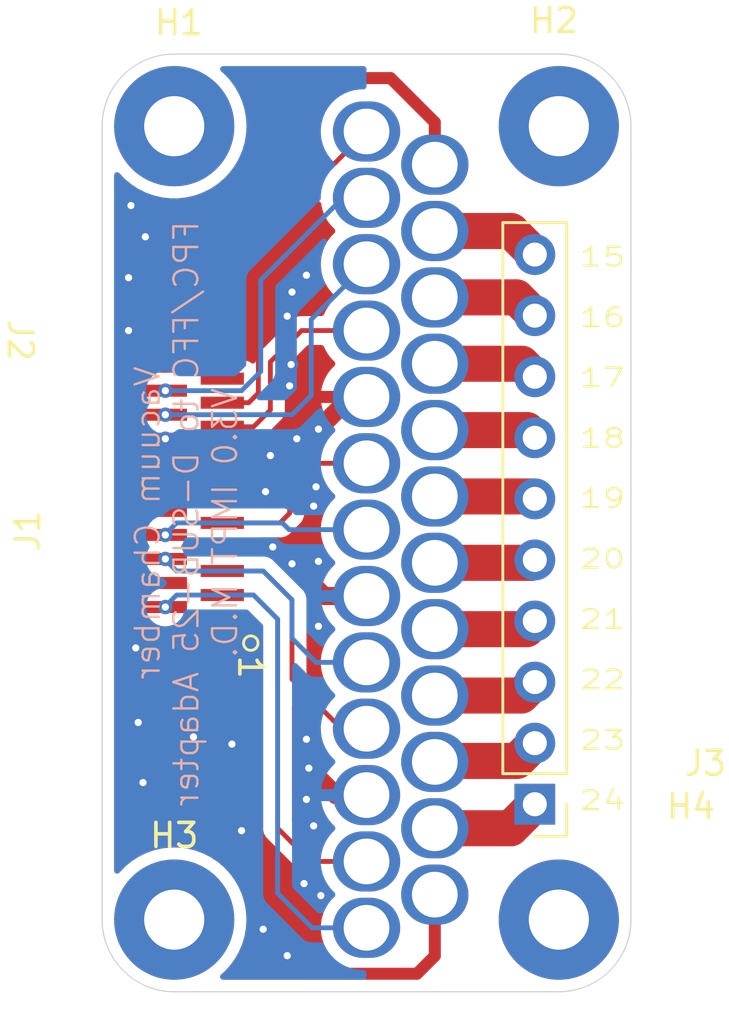
<source format=kicad_pcb>
(kicad_pcb (version 20240108) (generator "pcbnew") (generator_version "8.0")
  (layers (0 "F.Cu" signal) (31 "B.Cu" signal) (34 "B.Paste" user) (35 "F.Paste" user) (36 "B.SilkS" user "B.Silkscreen") (37 "F.SilkS" user "F.Silkscreen") (38 "B.Mask" user) (39 "F.Mask" user) (44 "Edge.Cuts" user))
  (net 0 "")
  (net 1 "/P16")
  (net 2 "/P15")
  (net 3 "/P20")
  (net 4 "/D1_P")
  (net 5 "/P18")
  (net 6 "/CK_P")
  (net 7 "/P23")
  (net 8 "/D1_N")
  (net 9 "GND")
  (net 10 "/3,3V")
  (net 11 "/IO0")
  (net 12 "/P21")
  (net 13 "/SCL")
  (net 14 "/SDA")
  (net 15 "/IO1")
  (net 16 "/P19")
  (net 17 "/D0_P")
  (net 18 "/D0_N")
  (net 19 "/CK_N")
  (net 20 "/P24")
  (net 21 "/P22")
  (net 22 "/P17")
  (footprint "MyFootprintLibrary:22P 0.5mm Vertical FPC FFC Flat Cable Connector" (layer "F.Cu") (at 145.815 84.5 -90)
    (property "Reference" "J2" (at -0.1 7.215 -90) (layer "F.SilkS"))
    (property "Value" "Conn_01x22")
    (fp_circle (center 12.5 -2.37) (end 12.5 -2.07) (stroke (width 0.12)) (fill none) (layer "F.SilkS"))
    (fp_text user "1" (at 13.5 -2.37 -90) (layer "F.SilkS"))
    (pad "" smd rect (at -1 0 270) (size 2 1.5) (layers "F.Cu" "F.Paste" "F.Mask"))
    (pad "" smd rect (at 13.5 0 270) (size 2 1.5) (layers "F.Cu" "F.Paste" "F.Mask"))
    (pad "1" smd rect (at 11.5 -1.185 270) (size 0.5 1.8) (layers "F.Cu" "F.Paste" "F.Mask") (net 9 "GND"))
    (pad "2" smd rect (at 11 1.185 270) (size 0.5 1.8) (layers "F.Cu" "F.Paste" "F.Mask") (net 18 "/D0_N"))
    (pad "3" smd rect (at 10.5 -1.185 270) (size 0.5 1.8) (layers "F.Cu" "F.Paste" "F.Mask") (net 17 "/D0_P"))
    (pad "4" smd rect (at 10 1.185 270) (size 0.5 1.8) (layers "F.Cu" "F.Paste" "F.Mask") (net 9 "GND"))
    (pad "5" smd rect (at 9.5 -1.185 270) (size 0.5 1.8) (layers "F.Cu" "F.Paste" "F.Mask") (net 8 "/D1_N"))
    (pad "6" smd rect (at 9 1.185 270) (size 0.5 1.8) (layers "F.Cu" "F.Paste" "F.Mask") (net 4 "/D1_P"))
    (pad "7" smd rect (at 8.5 -1.185 270) (size 0.5 1.8) (layers "F.Cu" "F.Paste" "F.Mask") (net 9 "GND"))
    (pad "8" smd rect (at 8 1.185 270) (size 0.5 1.8) (layers "F.Cu" "F.Paste" "F.Mask") (net 19 "/CK_N"))
    (pad "9" smd rect (at 7.5 -1.185 270) (size 0.5 1.8) (layers "F.Cu" "F.Paste" "F.Mask") (net 6 "/CK_P"))
    (pad "10" smd rect (at 7 1.185 270) (size 0.5 1.8) (layers "F.Cu" "F.Paste" "F.Mask") (net 9 "GND"))
    (pad "11" smd rect (at 6.5 -1.185 270) (size 0.5 1.8) (layers "F.Cu" "F.Paste" "F.Mask"))
    (pad "12" smd rect (at 6 1.185 270) (size 0.5 1.8) (layers "F.Cu" "F.Paste" "F.Mask"))
    (pad "13" smd rect (at 5.5 -1.185 270) (size 0.5 1.8) (layers "F.Cu" "F.Paste" "F.Mask") (net 9 "GND"))
    (pad "14" smd rect (at 5 1.185 270) (size 0.5 1.8) (layers "F.Cu" "F.Paste" "F.Mask"))
    (pad "15" smd rect (at 4.5 -1.185 270) (size 0.5 1.8) (layers "F.Cu" "F.Paste" "F.Mask"))
    (pad "16" smd rect (at 4 1.185 270) (size 0.5 1.8) (layers "F.Cu" "F.Paste" "F.Mask") (net 9 "GND"))
    (pad "17" smd rect (at 3.5 -1.185 270) (size 0.5 1.8) (layers "F.Cu" "F.Paste" "F.Mask") (net 11 "/IO0"))
    (pad "18" smd rect (at 3 1.185 270) (size 0.5 1.8) (layers "F.Cu" "F.Paste" "F.Mask") (net 15 "/IO1"))
    (pad "19" smd rect (at 2.5 -1.185 270) (size 0.5 1.8) (layers "F.Cu" "F.Paste" "F.Mask") (net 9 "GND"))
    (pad "20" smd rect (at 2 1.185 270) (size 0.5 1.8) (layers "F.Cu" "F.Paste" "F.Mask") (net 13 "/SCL"))
    (pad "21" smd rect (at 1.5 -1.185 270) (size 0.5 1.8) (layers "F.Cu" "F.Paste" "F.Mask") (net 14 "/SDA"))
    (pad "22" smd rect (at 1 1.185 270) (size 0.5 1.8) (layers "F.Cu" "F.Paste" "F.Mask") (net 10 "/3,3V"))
  )
  (footprint "MountingHole:MountingHole_2.5mm_Pad" (layer "F.Cu") (at 161 108.5)
    (property "Reference" "H4" (at 5.5 -4.7 0) (layer "F.SilkS"))
    (property "Value" "MountingHole_Pad")
    (pad "1" thru_hole circle (at 0 0) (size 5 5) (drill 2.5) (layers "*.Cu" "*.Mask"))
  )
  (footprint "MountingHole:MountingHole_2.5mm_Pad" (layer "F.Cu") (at 145 75.5)
    (property "Reference" "H1" (at 0.2 -4.3 0) (layer "F.SilkS"))
    (property "Value" "MountingHole_Pad")
    (pad "1" thru_hole circle (at 0 0) (size 5 5) (drill 2.5) (layers "*.Cu" "*.Mask"))
  )
  (footprint "MountingHole:MountingHole_2.5mm_Pad" (layer "F.Cu") (at 161 75.5)
    (property "Reference" "H2" (at -0.2 -4.4 0) (layer "F.SilkS"))
    (property "Value" "MountingHole_Pad")
    (pad "1" thru_hole circle (at 0 0) (size 5 5) (drill 2.5) (layers "*.Cu" "*.Mask"))
  )
  (footprint "MyFootprintLibrary:D-Sub 25 Platine Buchse" (layer "F.Cu") (at 153 92.28 90)
    (property "Reference" "J1" (at -0.05 -14.1 90) (layer "F.SilkS"))
    (property "Value" "DB25_Plug")
    (pad "1" thru_hole oval (at 16.56 0 90) (size 2.5 2.8) (drill oval 1.9) (layers "*.Cu" "*.Mask") (net 14 "/SDA"))
    (pad "2" thru_hole oval (at 13.8 0 90) (size 2.5 2.8) (drill oval 1.9) (layers "*.Cu" "*.Mask") (net 13 "/SCL"))
    (pad "3" thru_hole oval (at 11.04 0 90) (size 2.5 2.8) (drill oval 1.9) (layers "*.Cu" "*.Mask") (net 15 "/IO1"))
    (pad "4" thru_hole oval (at 8.28 0 90) (size 2.5 2.8) (drill oval 1.9) (layers "*.Cu" "*.Mask") (net 11 "/IO0"))
    (pad "5" thru_hole oval (at 5.52 0 90) (size 2.5 2.8) (drill oval 1.9) (layers "*.Cu" "*.Mask") (net 9 "GND"))
    (pad "6" thru_hole oval (at 2.76 0 90) (size 2.5 2.8) (drill oval 1.9) (layers "*.Cu" "*.Mask") (net 6 "/CK_P"))
    (pad "7" thru_hole oval (at 0 0 90) (size 2.5 2.8) (drill oval 1.9) (layers "*.Cu" "*.Mask") (net 19 "/CK_N"))
    (pad "8" thru_hole oval (at -2.76 0 90) (size 2.5 2.8) (drill oval 1.9) (layers "*.Cu" "*.Mask") (net 9 "GND"))
    (pad "9" thru_hole oval (at -5.52 0 90) (size 2.5 2.8) (drill oval 1.9) (layers "*.Cu" "*.Mask") (net 4 "/D1_P"))
    (pad "10" thru_hole oval (at -8.28 0 90) (size 2.5 2.8) (drill oval 1.9) (layers "*.Cu" "*.Mask") (net 8 "/D1_N"))
    (pad "11" thru_hole oval (at -11.04 0 90) (size 2.5 2.8) (drill oval 1.9) (layers "*.Cu" "*.Mask") (net 9 "GND"))
    (pad "12" thru_hole oval (at -13.8 0 90) (size 2.5 2.8) (drill oval 1.9) (layers "*.Cu" "*.Mask") (net 17 "/D0_P"))
    (pad "13" thru_hole oval (at -16.56 0 90) (size 2.5 2.8) (drill oval 1.9) (layers "*.Cu" "*.Mask") (net 18 "/D0_N"))
    (pad "14" thru_hole oval (at 15.18 2.84 90) (size 2.5 2.8) (drill oval 1.9) (layers "*.Cu" "*.Mask") (net 10 "/3,3V"))
    (pad "15" thru_hole oval (at 12.42 2.84 90) (size 2.5 2.8) (drill oval 1.9) (layers "*.Cu" "*.Mask") (net 2 "/P15"))
    (pad "16" thru_hole oval (at 9.66 2.84 90) (size 2.5 2.8) (drill oval 1.9) (layers "*.Cu" "*.Mask") (net 1 "/P16"))
    (pad "17" thru_hole oval (at 6.9 2.84 90) (size 2.5 2.8) (drill oval 1.9) (layers "*.Cu" "*.Mask") (net 22 "/P17"))
    (pad "18" thru_hole oval (at 4.14 2.84 90) (size 2.5 2.8) (drill oval 1.9) (layers "*.Cu" "*.Mask") (net 5 "/P18"))
    (pad "19" thru_hole oval (at 1.38 2.84 90) (size 2.5 2.8) (drill oval 1.9) (layers "*.Cu" "*.Mask") (net 16 "/P19"))
    (pad "20" thru_hole oval (at -1.38 2.84 90) (size 2.5 2.8) (drill oval 1.9) (layers "*.Cu" "*.Mask") (net 3 "/P20"))
    (pad "21" thru_hole oval (at -4.14 2.84 90) (size 2.5 2.8) (drill oval 1.9) (layers "*.Cu" "*.Mask") (net 12 "/P21"))
    (pad "22" thru_hole oval (at -6.9 2.84 90) (size 2.5 2.8) (drill oval 1.9) (layers "*.Cu" "*.Mask") (net 21 "/P22"))
    (pad "23" thru_hole oval (at -9.66 2.84 90) (size 2.5 2.8) (drill oval 1.9) (layers "*.Cu" "*.Mask") (net 7 "/P23"))
    (pad "24" thru_hole oval (at -12.42 2.84 90) (size 2.5 2.8) (drill oval 1.9) (layers "*.Cu" "*.Mask") (net 20 "/P24"))
    (pad "25" thru_hole oval (at -15.18 2.84 90) (size 2.5 2.8) (drill oval 1.9) (layers "*.Cu" "*.Mask") (net 9 "GND"))
  )
  (footprint "MountingHole:MountingHole_2.5mm_Pad" (layer "F.Cu") (at 145 108.5)
    (property "Reference" "H3" (at 0 -3.5 0) (layer "F.SilkS"))
    (property "Value" "MountingHole_Pad")
    (pad "1" thru_hole circle (at 0 0) (size 5 5) (drill 2.5) (layers "*.Cu" "*.Mask"))
  )
  (footprint "Connector_PinHeader_2.54mm:PinHeader_1x10_P2.54mm_Vertical" (layer "F.Cu") (at 160 103.7 180)
    (property "Reference" "J3" (at -7.1 1.7 0) (layer "F.SilkS"))
    (property "Value" "Conn_01x10")
    (fp_line (start 1.33 1.27) (end 1.33 24.19) (stroke (width 0.12)) (layer "F.SilkS"))
    (fp_line (start -1.33 24.19) (end 1.33 24.19) (stroke (width 0.12)) (layer "F.SilkS"))
    (fp_line (start -1.33 1.27) (end 1.33 1.27) (stroke (width 0.12)) (layer "F.SilkS"))
    (fp_line (start -1.33 1.27) (end -1.33 24.19) (stroke (width 0.12)) (layer "F.SilkS"))
    (fp_line (start -1.33 0) (end -1.33 -1.33) (stroke (width 0.12)) (layer "F.SilkS"))
    (fp_line (start -1.33 -1.33) (end 0 -1.33) (stroke (width 0.12)) (layer "F.SilkS"))
    (pad "1" thru_hole rect (at 0 0 180) (size 1.7 1.7) (drill 1) (layers "*.Cu" "*.Mask") (net 20 "/P24"))
    (pad "2" thru_hole oval (at 0 2.54 180) (size 1.7 1.7) (drill 1) (layers "*.Cu" "*.Mask") (net 7 "/P23"))
    (pad "3" thru_hole oval (at 0 5.08 180) (size 1.7 1.7) (drill 1) (layers "*.Cu" "*.Mask") (net 21 "/P22"))
    (pad "4" thru_hole oval (at 0 7.62 180) (size 1.7 1.7) (drill 1) (layers "*.Cu" "*.Mask") (net 12 "/P21"))
    (pad "5" thru_hole oval (at 0 10.16 180) (size 1.7 1.7) (drill 1) (layers "*.Cu" "*.Mask") (net 3 "/P20"))
    (pad "6" thru_hole oval (at 0 12.7 180) (size 1.7 1.7) (drill 1) (layers "*.Cu" "*.Mask") (net 16 "/P19"))
    (pad "7" thru_hole oval (at 0 15.24 180) (size 1.7 1.7) (drill 1) (layers "*.Cu" "*.Mask") (net 5 "/P18"))
    (pad "8" thru_hole oval (at 0 17.78 180) (size 1.7 1.7) (drill 1) (layers "*.Cu" "*.Mask") (net 22 "/P17"))
    (pad "9" thru_hole oval (at 0 20.32 180) (size 1.7 1.7) (drill 1) (layers "*.Cu" "*.Mask") (net 1 "/P16"))
    (pad "10" thru_hole oval (at 0 22.86 180) (size 1.7 1.7) (drill 1) (layers "*.Cu" "*.Mask") (net 2 "/P15"))
  )
  (gr_arc (start 161 72.5) (mid 163.12132 73.37868) (end 164 75.5) (stroke (width 0.05)) (layer "Edge.Cuts"))
  (gr_line (start 161 111.5) (end 145 111.5) (stroke (width 0.05)) (layer "Edge.Cuts"))
  (gr_arc (start 164 108.5) (mid 163.12132 110.62132) (end 161 111.5) (stroke (width 0.05)) (layer "Edge.Cuts"))
  (gr_line (start 142 108.5) (end 142 75.5) (stroke (width 0.05)) (layer "Edge.Cuts"))
  (gr_arc (start 142 75.5) (mid 142.87868 73.37868) (end 145 72.5) (stroke (width 0.05)) (layer "Edge.Cuts"))
  (gr_arc (start 145 111.5) (mid 142.87868 110.62132) (end 142 108.5) (stroke (width 0.05)) (layer "Edge.Cuts"))
  (gr_line (start 164 75.5) (end 164 108.5) (stroke (width 0.05)) (layer "Edge.Cuts"))
  (gr_line (start 145 72.5) (end 161 72.5) (stroke (width 0.05)) (layer "Edge.Cuts"))
  (gr_text "Vacuum Chamber\nFPC/FFC to D-SUB-25 Adapter \nV3.0 IMPT M.D." (at 147.7 92 90) (layer "B.SilkS") (effects (font (size 1 1) (thickness 0.1)) (justify bottom mirror)))
  (gr_text "15\n\n16\n\n17\n\n18\n\n19\n\n20\n\n21\n\n22\n\n23\n\n24" (at 161.8 104 0) (layer "F.SilkS") (effects (font (size 0.78 1) (thickness 0.1)) (justify left bottom)))
  (segment (start 155.84 82.62) (end 159.24 82.62) (width 1.5) (layer "F.Cu") (net 1))
  (segment (start 159.24 82.62) (end 160 83.38) (width 1.5) (layer "F.Cu") (net 1))
  (segment (start 159.02 79.86) (end 155.84 79.86) (width 1.5) (layer "F.Cu") (net 2))
  (segment (start 160 80.84) (end 159.02 79.86) (width 1.5) (layer "F.Cu") (net 2))
  (segment (start 155.84 93.66) (end 159.88 93.66) (width 1.5) (layer "F.Cu") (net 3))
  (segment (start 159.88 93.66) (end 160 93.54) (width 1.5) (layer "F.Cu") (net 3))
  (via (at 144.63 93.5) (size 0.6) (drill 0.3) (layers "F.Cu" "B.Cu") (net 4))
  (segment (start 149.9 96.8) (end 149.9 95.2) (width 0.2) (layer "B.Cu") (net 4))
  (segment (start 153 97.8) (end 150.9 97.8) (width 0.2) (layer "B.Cu") (net 4))
  (segment (start 150.9 97.8) (end 149.9 96.8) (width 0.2) (layer "B.Cu") (net 4))
  (segment (start 148.7 94) (end 145.1 94) (width 0.2) (layer "B.Cu") (net 4))
  (segment (start 149.9 95.2) (end 148.7 94) (width 0.2) (layer "B.Cu") (net 4))
  (segment (start 144.6 93.5) (end 144.63 93.5) (width 0.2) (layer "B.Cu") (net 4))
  (segment (start 145.1 94) (end 144.6 93.5) (width 0.2) (layer "B.Cu") (net 4))
  (segment (start 155.84 88.14) (end 159.68 88.14) (width 1.5) (layer "F.Cu") (net 5))
  (segment (start 159.68 88.14) (end 160 88.46) (width 1.5) (layer "F.Cu") (net 5))
  (segment (start 149.8 91.6) (end 149.4 92) (width 0.2) (layer "F.Cu") (net 6))
  (segment (start 150.38 89.52) (end 149.8 90.1) (width 0.2) (layer "F.Cu") (net 6))
  (segment (start 149.4 92) (end 147 92) (width 0.2) (layer "F.Cu") (net 6))
  (segment (start 153 89.52) (end 150.38 89.52) (width 0.2) (layer "F.Cu") (net 6))
  (segment (start 149.8 90.1) (end 149.8 91.6) (width 0.2) (layer "F.Cu") (net 6))
  (segment (start 159.26 101.9) (end 160 101.16) (width 1.5) (layer "F.Cu") (net 7))
  (segment (start 155.84 101.94) (end 156.36 101.94) (width 1.5) (layer "F.Cu") (net 7))
  (segment (start 155.88 101.9) (end 159.26 101.9) (width 1.5) (layer "F.Cu") (net 7))
  (segment (start 155.84 101.94) (end 155.88 101.9) (width 1.5) (layer "F.Cu") (net 7))
  (segment (start 149.9 95.2) (end 149.9 98.5) (width 0.2) (layer "F.Cu") (net 8))
  (segment (start 152.46 100.56) (end 153 100.56) (width 0.2) (layer "F.Cu") (net 8))
  (segment (start 149.9 98.5) (end 151.96 100.56) (width 0.2) (layer "F.Cu") (net 8))
  (segment (start 151.96 100.56) (end 153 100.56) (width 0.2) (layer "F.Cu") (net 8))
  (segment (start 148.7 94) (end 149.9 95.2) (width 0.2) (layer "F.Cu") (net 8))
  (segment (start 147 94) (end 148.7 94) (width 0.2) (layer "F.Cu") (net 8))
  (segment (start 153 103.32) (end 151.72 103.32) (width 0.75) (layer "F.Cu") (net 9))
  (segment (start 150.45 110.75) (end 155.1 110.75) (width 0.5) (layer "F.Cu") (net 9))
  (segment (start 153 95.04) (end 151.24 95.04) (width 0.75) (layer "F.Cu") (net 9))
  (segment (start 152.34 86.76) (end 151 88.1) (width 0.75) (layer "F.Cu") (net 9))
  (segment (start 151.24 95.04) (end 149.9 93.7) (width 0.75) (layer "F.Cu") (net 9))
  (segment (start 148.5 86.6) (end 148.5 84.6) (width 0.2) (layer "F.Cu") (net 9))
  (segment (start 147 96) (end 147.9 96.9) (width 0.5) (layer "F.Cu") (net 9))
  (segment (start 153 86.76) (end 152.34 86.76) (width 0.75) (layer "F.Cu") (net 9))
  (segment (start 149.7 110) (end 150.45 110.75) (width 0.5) (layer "F.Cu") (net 9))
  (segment (start 148.1 87) (end 148.5 86.6) (width 0.2) (layer "F.Cu") (net 9))
  (segment (start 155.1 110.75) (end 155.84 110.01) (width 0.5) (layer "F.Cu") (net 9))
  (segment (start 147.9 98) (end 147.9 100.7) (width 0.5) (layer "F.Cu") (net 9))
  (segment (start 147.9 96.9) (end 147.9 99.7) (width 0.5) (layer "F.Cu") (net 9))
  (segment (start 155.84 110.01) (end 155.84 107.46) (width 0.5) (layer "F.Cu") (net 9))
  (segment (start 147 87) (end 148.1 87) (width 0.2) (layer "F.Cu") (net 9))
  (segment (start 147.9 99.7) (end 147.9 98) (width 0.5) (layer "F.Cu") (net 9))
  (segment (start 151.72 103.32) (end 150.6 102.2) (width 0.75) (layer "F.Cu") (net 9))
  (segment (start 148.5 84.6) (end 149.7 83.4) (width 0.2) (layer "F.Cu") (net 9))
  (segment (start 147.9 100.7) (end 147.4 101.2) (width 0.5) (layer "F.Cu") (net 9))
  (via (at 144.63 88.5) (size 0.6) (drill 0.3) (layers "F.Cu" "B.Cu") (net 9))
  (via (at 145.8 100.9) (size 0.6) (drill 0.3) (layers "F.Cu" "B.Cu") (net 9))
  (via (at 150.6 102.2) (size 0.6) (drill 0.3) (layers "F.Cu" "B.Cu") (net 9))
  (via (at 150.1 88.5) (size 0.6) (drill 0.3) (layers "F.Cu" "B.Cu") (net 9))
  (via (at 150.5 81.7) (size 0.6) (drill 0.3) (layers "F.Cu" "B.Cu") (net 9))
  (via (at 151 96.3) (size 0.6) (drill 0.3) (layers "F.Cu" "B.Cu") (net 9))
  (via (at 151.1 107.5) (size 0.6) (drill 0.3) (layers "F.Cu" "B.Cu") (net 9))
  (via (at 151 88.1) (size 0.6) (drill 0.3) (layers "F.Cu" "B.Cu") (net 9))
  (via (at 151 93.6) (size 0.6) (drill 0.3) (layers "F.Cu" "B.Cu") (net 9))
  (via (at 148.8 90.7) (size 0.6) (drill 0.3) (layers "F.Cu" "B.Cu") (net 9))
  (via (at 148.7 108.9) (size 0.6) (drill 0.3) (layers "F.Cu" "B.Cu") (net 9))
  (via (at 149 89.2) (size 0.6) (drill 0.3) (layers "F.Cu" "B.Cu") (net 9))
  (via (at 143.2 78.8) (size 0.6) (drill 0.3) (layers "F.Cu" "B.Cu") (net 9))
  (via (at 149.862718 85.413591) (size 0.6) (drill 0.3) (layers "F.Cu" "B.Cu") (net 9))
  (via (at 143.8 80.1) (size 0.6) (drill 0.3) (layers "F.Cu" "B.Cu") (net 9))
  (via (at 150.9 90.5) (size 0.6) (drill 0.3) (layers "F.Cu" "B.Cu") (net 9))
  (via (at 147.4 101.2) (size 0.6) (drill 0.3) (layers "F.Cu" "B.Cu") (net 9))
  (via (at 150.8 104.6) (size 0.6) (drill 0.3) (layers "F.Cu" "B.Cu") (net 9))
  (via (at 150.5 101) (size 0.6) (drill 0.3) (layers "F.Cu" "B.Cu") (net 9))
  (via (at 143.4 97.2) (size 0.6) (drill 0.3) (layers "F.Cu" "B.Cu") (net 9))
  (via (at 143.1 84) (size 0.6) (drill 0.3) (layers "F.Cu" "B.Cu") (net 9))
  (via (at 143.7 102.8) (size 0.6) (drill 0.3) (layers "F.Cu" "B.Cu") (net 9))
  (via (at 149.8 86.3) (size 0.6) (drill 0.3) (layers "F.Cu" "B.Cu") (net 9))
  (via (at 150.8 91.3) (size 0.6) (drill 0.3) (layers "F.Cu" "B.Cu") (net 9))
  (via (at 149.9 93.7) (size 0.6) (drill 0.3) (layers "F.Cu" "B.Cu") (net 9))
  (via (at 149.7 83.4) (size 0.6) (drill 0.3) (layers "F.Cu" "B.Cu") (net 9))
  (via (at 143.1 81.8) (size 0.6) (drill 0.3) (layers "F.Cu" "B.Cu") (net 9))
  (via (at 149.1 93) (size 0.6) (drill 0.3) (layers "F.Cu" "B.Cu") (net 9))
  (via (at 147.8 104.8) (size 0.6) (drill 0.3) (layers "F.Cu" "B.Cu") (net 9))
  (via (at 150.5 103.5) (size 0.6) (drill 0.3) (layers "F.Cu" "B.Cu") (net 9))
  (via (at 150.4 107) (size 0.6) (drill 0.3) (layers "F.Cu" "B.Cu") (net 9))
  (via (at 143.5 100.3) (size 0.6) (drill 0.3) (layers "F.Cu" "B.Cu") (net 9))
  (via (at 149.7 110) (size 0.6) (drill 0.3) (layers "F.Cu" "B.Cu") (net 9))
  (via (at 149.9 82.4) (size 0.6) (drill 0.3) (layers "F.Cu" "B.Cu") (net 9))
  (segment (start 149.5 75.5) (end 151.5 73.5) (width 0.5) (layer "F.Cu") (net 10))
  (segment (start 144.5 85.37) (end 144.5 81.5) (width 0.5) (layer "F.Cu") (net 10))
  (segment (start 149.5 76.5) (end 149.5 75.5) (width 0.5) (layer "F.Cu") (net 10))
  (segment (start 151.5 73.5) (end 154 73.5) (width 0.5) (layer "F.Cu") (net 10))
  (segment (start 154 73.5) (end 155.84 75.34) (width 0.5) (layer "F.Cu") (net 10))
  (segment (start 155.84 75.34) (end 155.84 77.1) (width 0.5) (layer "F.Cu") (net 10))
  (segment (start 144.63 85.5) (end 144.5 85.37) (width 0.5) (layer "F.Cu") (net 10))
  (segment (start 144.5 81.5) (end 149.5 76.5) (width 0.5) (layer "F.Cu") (net 10))
  (segment (start 147 88) (end 148.3 88) (width 0.2) (layer "F.Cu") (net 11))
  (segment (start 149 87.3) (end 149 85.3) (width 0.2) (layer "F.Cu") (net 11))
  (segment (start 148.3 88) (end 149 87.3) (width 0.2) (layer "F.Cu") (net 11))
  (segment (start 150.3 84) (end 153 84) (width 0.2) (layer "F.Cu") (net 11))
  (segment (start 149 85.3) (end 150.3 84) (width 0.2) (layer "F.Cu") (net 11))
  (segment (start 159.66 96.42) (end 160 96.08) (width 1.5) (layer "F.Cu") (net 12))
  (segment (start 155.84 96.42) (end 159.66 96.42) (width 1.5) (layer "F.Cu") (net 12))
  (via (at 144.63 86.5) (size 0.6) (drill 0.3) (layers "F.Cu" "B.Cu") (net 13))
  (segment (start 148.6 85.7) (end 148.6 81.9) (width 0.2) (layer "B.Cu") (net 13))
  (segment (start 147.8 86.5) (end 148.6 85.7) (width 0.2) (layer "B.Cu") (net 13))
  (segment (start 148.6 81.9) (end 152.02 78.48) (width 0.2) (layer "B.Cu") (net 13))
  (segment (start 144.63 86.5) (end 147.8 86.5) (width 0.2) (layer "B.Cu") (net 13))
  (segment (start 152.02 78.48) (end 153 78.48) (width 0.2) (layer "B.Cu") (net 13))
  (segment (start 147 81.72) (end 147 86) (width 0.2) (layer "F.Cu") (net 14))
  (segment (start 153 75.72) (end 147 81.72) (width 0.2) (layer "F.Cu") (net 14))
  (via (at 144.63 87.5) (size 0.6) (drill 0.3) (layers "F.Cu" "B.Cu") (net 15))
  (segment (start 149.9 87.5) (end 144.63 87.5) (width 0.2) (layer "B.Cu") (net 15))
  (segment (start 150.7 83.54) (end 150.7 86.7) (width 0.2) (layer "B.Cu") (net 15))
  (segment (start 150.7 86.7) (end 149.9 87.5) (width 0.2) (layer "B.Cu") (net 15))
  (segment (start 153 81.24) (end 150.7 83.54) (width 0.2) (layer "B.Cu") (net 15))
  (segment (start 155.84 90.9) (end 159.9 90.9) (width 1.5) (layer "F.Cu") (net 16))
  (segment (start 159.9 90.9) (end 160 91) (width 1.5) (layer "F.Cu") (net 16))
  (segment (start 149.3 104.7) (end 150.68 106.08) (width 0.2) (layer "F.Cu") (net 17))
  (segment (start 148.3 95) (end 149.3 96) (width 0.2) (layer "F.Cu") (net 17))
  (segment (start 149.3 96) (end 149.3 104.7) (width 0.2) (layer "F.Cu") (net 17))
  (segment (start 150.68 106.08) (end 153 106.08) (width 0.2) (layer "F.Cu") (net 17))
  (segment (start 147 95) (end 148.3 95) (width 0.2) (layer "F.Cu") (net 17))
  (via (at 144.63 95.5) (size 0.6) (drill 0.3) (layers "F.Cu" "B.Cu") (net 18))
  (segment (start 153 108.84) (end 150.74 108.84) (width 0.2) (layer "B.Cu") (net 18))
  (segment (start 148.3 95) (end 145.1 95) (width 0.2) (layer "B.Cu") (net 18))
  (segment (start 149.3 107.4) (end 149.3 96) (width 0.2) (layer "B.Cu") (net 18))
  (segment (start 150.74 108.84) (end 149.3 107.4) (width 0.2) (layer "B.Cu") (net 18))
  (segment (start 144.6 95.5) (end 144.63 95.5) (width 0.2) (layer "B.Cu") (net 18))
  (segment (start 149.3 96) (end 148.3 95) (width 0.2) (layer "B.Cu") (net 18))
  (segment (start 145.1 95) (end 144.6 95.5) (width 0.2) (layer "B.Cu") (net 18))
  (via (at 144.63 92.5) (size 0.6) (drill 0.3) (layers "F.Cu" "B.Cu") (net 19))
  (segment (start 153 92.28) (end 149.78 92.28) (width 0.2) (layer "B.Cu") (net 19))
  (segment (start 149.78 92.28) (end 149.5 92) (width 0.2) (layer "B.Cu") (net 19))
  (segment (start 144.6 92.5) (end 144.63 92.5) (width 0.2) (layer "B.Cu") (net 19))
  (segment (start 145.1 92) (end 144.6 92.5) (width 0.2) (layer "B.Cu") (net 19))
  (segment (start 149.5 92) (end 145.1 92) (width 0.2) (layer "B.Cu") (net 19))
  (segment (start 159 104.7) (end 160 103.7) (width 1.5) (layer "F.Cu") (net 20))
  (segment (start 155.84 104.7) (end 159 104.7) (width 1.5) (layer "F.Cu") (net 20))
  (segment (start 159.44 99.18) (end 160 98.62) (width 1.5) (layer "F.Cu") (net 21))
  (segment (start 155.84 99.18) (end 159.44 99.18) (width 1.5) (layer "F.Cu") (net 21))
  (segment (start 159.46 85.38) (end 160 85.92) (width 1.5) (layer "F.Cu") (net 22))
  (segment (start 155.84 85.38) (end 159.46 85.38) (width 1.5) (layer "F.Cu") (net 22))
  (zone (net 9) (net_name "GND") (layers "F&B.Cu") (connect_pads (clearance 0.5)) (min_thickness 0.25) (fill yes (thermal_gap 0.5) (thermal_bridge_width 0.5))
    (polygon (pts (xy 142 72) (xy 153 72) (xy 153 112) (xy 142 112)))
  )
)
</source>
